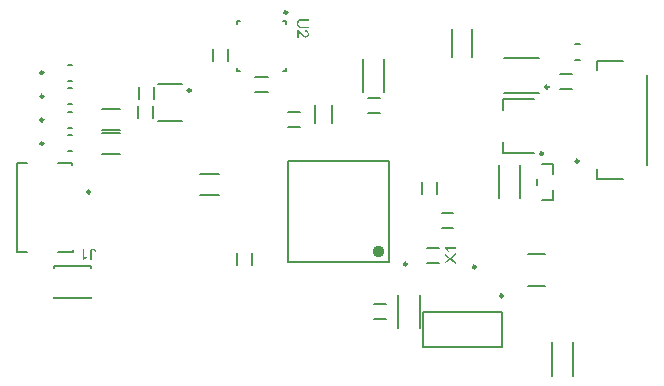
<source format=gbr>
%TF.GenerationSoftware,Altium Limited,Altium Designer,23.4.1 (23)*%
G04 Layer_Color=65535*
%FSLAX45Y45*%
%MOMM*%
%TF.SameCoordinates,9EBB4E2D-B9AE-48B2-BE03-C18F5659661E*%
%TF.FilePolarity,Positive*%
%TF.FileFunction,Legend,Top*%
%TF.Part,Single*%
G01*
G75*
%TA.AperFunction,NonConductor*%
%ADD89C,0.25000*%
%ADD90C,0.50000*%
%ADD91C,0.20000*%
G36*
X3648871Y1833431D02*
X3572744D01*
X3572814Y1833361D01*
X3572955Y1833220D01*
X3573166Y1833009D01*
X3573448Y1832657D01*
X3573799Y1832235D01*
X3574292Y1831672D01*
X3574784Y1831039D01*
X3575347Y1830406D01*
X3575910Y1829561D01*
X3576614Y1828717D01*
X3577247Y1827803D01*
X3578021Y1826818D01*
X3578724Y1825692D01*
X3579498Y1824566D01*
X3581046Y1822033D01*
X3581117Y1821963D01*
X3581257Y1821752D01*
X3581468Y1821330D01*
X3581679Y1820837D01*
X3582031Y1820274D01*
X3582453Y1819571D01*
X3582875Y1818726D01*
X3583368Y1817882D01*
X3584353Y1815912D01*
X3585338Y1813801D01*
X3586323Y1811620D01*
X3587167Y1809509D01*
X3575629D01*
X3575558Y1809650D01*
X3575418Y1809932D01*
X3575136Y1810494D01*
X3574784Y1811198D01*
X3574362Y1812042D01*
X3573799Y1813098D01*
X3573166Y1814223D01*
X3572463Y1815420D01*
X3571618Y1816756D01*
X3570774Y1818163D01*
X3568804Y1821119D01*
X3566623Y1824144D01*
X3564231Y1827029D01*
X3564160Y1827099D01*
X3563949Y1827380D01*
X3563597Y1827732D01*
X3563105Y1828225D01*
X3562472Y1828858D01*
X3561768Y1829561D01*
X3560924Y1830335D01*
X3560079Y1831180D01*
X3559094Y1832024D01*
X3558039Y1832939D01*
X3555858Y1834698D01*
X3553536Y1836316D01*
X3552340Y1837019D01*
X3551144Y1837653D01*
Y1845392D01*
X3648871D01*
Y1833431D01*
D02*
G37*
G36*
Y1777919D02*
X3614185Y1753364D01*
X3614044Y1753293D01*
X3613692Y1753012D01*
X3613059Y1752590D01*
X3612355Y1752097D01*
X3611441Y1751464D01*
X3610456Y1750831D01*
X3608275Y1749353D01*
X3608345D01*
X3608486Y1749213D01*
X3608767Y1749072D01*
X3609049Y1748861D01*
X3609963Y1748298D01*
X3610948Y1747594D01*
X3612144Y1746820D01*
X3613270Y1746117D01*
X3614326Y1745413D01*
X3615170Y1744780D01*
X3648871Y1720084D01*
Y1704606D01*
X3598425Y1742247D01*
X3551496Y1709038D01*
Y1724447D01*
X3576403Y1742177D01*
X3576473Y1742247D01*
X3576754Y1742388D01*
X3577176Y1742740D01*
X3577669Y1743092D01*
X3578302Y1743514D01*
X3579076Y1744077D01*
X3579920Y1744639D01*
X3580765Y1745273D01*
X3582735Y1746539D01*
X3584705Y1747805D01*
X3586604Y1749002D01*
X3587519Y1749564D01*
X3588363Y1749987D01*
X3588293Y1750057D01*
X3588152Y1750127D01*
X3587871Y1750338D01*
X3587449Y1750549D01*
X3587027Y1750901D01*
X3586464Y1751253D01*
X3585760Y1751675D01*
X3585057Y1752168D01*
X3583438Y1753293D01*
X3581609Y1754560D01*
X3579569Y1756037D01*
X3577458Y1757656D01*
X3551496Y1777145D01*
Y1791216D01*
X3597791Y1757445D01*
X3648871Y1793890D01*
Y1777919D01*
D02*
G37*
G36*
X2399320Y3765118D02*
X2343104D01*
X2342963D01*
X2342541D01*
X2341908D01*
X2341064Y3765048D01*
X2340008D01*
X2338812Y3764977D01*
X2337475Y3764907D01*
X2335998Y3764837D01*
X2334520Y3764696D01*
X2332972Y3764555D01*
X2329877Y3764133D01*
X2328399Y3763852D01*
X2326922Y3763570D01*
X2325585Y3763219D01*
X2324389Y3762796D01*
X2324318D01*
X2324107Y3762656D01*
X2323826Y3762515D01*
X2323404Y3762304D01*
X2322911Y3762093D01*
X2322348Y3761741D01*
X2321012Y3760897D01*
X2319534Y3759771D01*
X2318760Y3759138D01*
X2317986Y3758364D01*
X2317212Y3757590D01*
X2316509Y3756675D01*
X2315805Y3755761D01*
X2315172Y3754705D01*
Y3754635D01*
X2315031Y3754424D01*
X2314890Y3754142D01*
X2314679Y3753650D01*
X2314398Y3753087D01*
X2314117Y3752454D01*
X2313835Y3751680D01*
X2313554Y3750765D01*
X2313272Y3749780D01*
X2312991Y3748725D01*
X2312709Y3747599D01*
X2312428Y3746333D01*
X2312217Y3744996D01*
X2312076Y3743589D01*
X2312006Y3742181D01*
X2311935Y3740634D01*
Y3740000D01*
X2312006Y3739297D01*
Y3738312D01*
X2312147Y3737116D01*
X2312287Y3735849D01*
X2312498Y3734372D01*
X2312709Y3732754D01*
X2313061Y3731135D01*
X2313483Y3729447D01*
X2314046Y3727758D01*
X2314609Y3726070D01*
X2315383Y3724451D01*
X2316227Y3722974D01*
X2317212Y3721567D01*
X2318338Y3720371D01*
X2318408Y3720300D01*
X2318619Y3720089D01*
X2319042Y3719808D01*
X2319604Y3719456D01*
X2320378Y3718963D01*
X2321363Y3718471D01*
X2322489Y3717908D01*
X2323896Y3717345D01*
X2325444Y3716782D01*
X2327203Y3716219D01*
X2329243Y3715727D01*
X2331495Y3715234D01*
X2334028Y3714883D01*
X2336772Y3714601D01*
X2339797Y3714390D01*
X2343104Y3714320D01*
X2399320D01*
Y3701444D01*
X2343034D01*
X2342963D01*
X2342893D01*
X2342682D01*
X2342400D01*
X2342049D01*
X2341627D01*
X2340641Y3701515D01*
X2339375D01*
X2337968Y3701585D01*
X2336350Y3701726D01*
X2334661Y3701866D01*
X2332832Y3702077D01*
X2330932Y3702289D01*
X2327062Y3702851D01*
X2325092Y3703274D01*
X2323263Y3703696D01*
X2321434Y3704259D01*
X2319745Y3704821D01*
X2319675Y3704892D01*
X2319393Y3704962D01*
X2318901Y3705173D01*
X2318338Y3705455D01*
X2317564Y3705877D01*
X2316720Y3706299D01*
X2315805Y3706862D01*
X2314750Y3707565D01*
X2313624Y3708339D01*
X2312498Y3709184D01*
X2311373Y3710169D01*
X2310176Y3711294D01*
X2308980Y3712490D01*
X2307855Y3713757D01*
X2306729Y3715234D01*
X2305674Y3716782D01*
X2305603Y3716853D01*
X2305462Y3717204D01*
X2305181Y3717697D01*
X2304829Y3718330D01*
X2304407Y3719245D01*
X2303985Y3720230D01*
X2303492Y3721496D01*
X2303000Y3722833D01*
X2302507Y3724451D01*
X2302015Y3726140D01*
X2301593Y3727969D01*
X2301171Y3730010D01*
X2300819Y3732191D01*
X2300537Y3734512D01*
X2300397Y3736905D01*
X2300326Y3739508D01*
Y3740845D01*
X2300397Y3741759D01*
X2300467Y3742955D01*
X2300608Y3744292D01*
X2300749Y3745840D01*
X2300889Y3747458D01*
X2301171Y3749217D01*
X2301452Y3751047D01*
X2301874Y3752876D01*
X2302296Y3754776D01*
X2302859Y3756605D01*
X2303492Y3758505D01*
X2304196Y3760263D01*
X2305040Y3761952D01*
X2305111Y3762022D01*
X2305251Y3762304D01*
X2305533Y3762796D01*
X2305885Y3763359D01*
X2306377Y3764063D01*
X2307010Y3764907D01*
X2307714Y3765751D01*
X2308488Y3766736D01*
X2309403Y3767721D01*
X2310458Y3768777D01*
X2311513Y3769832D01*
X2312780Y3770817D01*
X2314046Y3771802D01*
X2315524Y3772717D01*
X2317001Y3773561D01*
X2318619Y3774335D01*
X2318760Y3774405D01*
X2319042Y3774476D01*
X2319534Y3774687D01*
X2320238Y3774898D01*
X2321152Y3775179D01*
X2322278Y3775461D01*
X2323545Y3775813D01*
X2325022Y3776164D01*
X2326711Y3776516D01*
X2328540Y3776868D01*
X2330510Y3777149D01*
X2332691Y3777431D01*
X2335013Y3777642D01*
X2337546Y3777853D01*
X2340219Y3777923D01*
X2343034Y3777994D01*
X2399320D01*
Y3765118D01*
D02*
G37*
G36*
X2303492Y3686247D02*
X2304618Y3686177D01*
X2305814Y3686036D01*
X2307221Y3685825D01*
X2308699Y3685473D01*
X2310176Y3684980D01*
X2310247D01*
X2310458Y3684840D01*
X2310810Y3684699D01*
X2311302Y3684488D01*
X2311935Y3684277D01*
X2312639Y3683925D01*
X2313413Y3683503D01*
X2314257Y3683081D01*
X2315242Y3682588D01*
X2316227Y3681955D01*
X2318408Y3680618D01*
X2320730Y3679000D01*
X2323122Y3677100D01*
X2323193Y3677030D01*
X2323404Y3676819D01*
X2323756Y3676537D01*
X2324248Y3676115D01*
X2324881Y3675552D01*
X2325585Y3674849D01*
X2326429Y3674075D01*
X2327344Y3673090D01*
X2328399Y3672035D01*
X2329525Y3670909D01*
X2330721Y3669642D01*
X2332058Y3668235D01*
X2333395Y3666687D01*
X2334802Y3665069D01*
X2336279Y3663310D01*
X2337827Y3661481D01*
X2337898Y3661411D01*
X2337968Y3661270D01*
X2338179Y3661059D01*
X2338390Y3660777D01*
X2338742Y3660425D01*
X2339094Y3660003D01*
X2340008Y3658948D01*
X2341064Y3657611D01*
X2342400Y3656204D01*
X2343808Y3654586D01*
X2345355Y3652897D01*
X2346974Y3651068D01*
X2348662Y3649309D01*
X2350351Y3647480D01*
X2352110Y3645791D01*
X2353798Y3644102D01*
X2355417Y3642625D01*
X2357035Y3641218D01*
X2358512Y3640092D01*
X2358583Y3640022D01*
X2358864Y3639881D01*
X2359286Y3639600D01*
X2359779Y3639177D01*
X2360482Y3638755D01*
X2361256Y3638333D01*
X2362171Y3637770D01*
X2363156Y3637278D01*
X2364211Y3636785D01*
X2365337Y3636222D01*
X2367800Y3635308D01*
X2369066Y3634956D01*
X2370333Y3634674D01*
X2371599Y3634534D01*
X2372865Y3634463D01*
X2372936D01*
X2373217D01*
X2373569D01*
X2374062Y3634534D01*
X2374695Y3634604D01*
X2375398Y3634745D01*
X2376172Y3634886D01*
X2377017Y3635097D01*
X2377931Y3635378D01*
X2378916Y3635730D01*
X2379901Y3636152D01*
X2380886Y3636644D01*
X2381942Y3637207D01*
X2382927Y3637911D01*
X2383912Y3638685D01*
X2384826Y3639600D01*
X2384897Y3639670D01*
X2385037Y3639811D01*
X2385248Y3640092D01*
X2385600Y3640514D01*
X2385952Y3641007D01*
X2386374Y3641640D01*
X2386867Y3642343D01*
X2387289Y3643117D01*
X2387781Y3644032D01*
X2388204Y3645017D01*
X2388626Y3646143D01*
X2388977Y3647269D01*
X2389329Y3648535D01*
X2389540Y3649872D01*
X2389681Y3651279D01*
X2389751Y3652756D01*
Y3653601D01*
X2389681Y3654164D01*
X2389611Y3654938D01*
X2389470Y3655782D01*
X2389329Y3656697D01*
X2389118Y3657752D01*
X2388837Y3658807D01*
X2388485Y3659933D01*
X2388063Y3661059D01*
X2387570Y3662255D01*
X2386937Y3663381D01*
X2386233Y3664506D01*
X2385460Y3665632D01*
X2384545Y3666617D01*
X2384475Y3666687D01*
X2384334Y3666828D01*
X2383982Y3667110D01*
X2383630Y3667391D01*
X2383067Y3667813D01*
X2382434Y3668235D01*
X2381660Y3668728D01*
X2380816Y3669150D01*
X2379901Y3669642D01*
X2378776Y3670135D01*
X2377650Y3670557D01*
X2376383Y3670979D01*
X2374976Y3671261D01*
X2373499Y3671542D01*
X2371951Y3671683D01*
X2370262Y3671753D01*
X2371529Y3684066D01*
X2371599D01*
X2371669D01*
X2371880Y3683995D01*
X2372162D01*
X2372865Y3683925D01*
X2373780Y3683714D01*
X2374906Y3683503D01*
X2376243Y3683221D01*
X2377720Y3682870D01*
X2379268Y3682448D01*
X2380957Y3681885D01*
X2382645Y3681251D01*
X2384404Y3680478D01*
X2386163Y3679563D01*
X2387852Y3678578D01*
X2389470Y3677382D01*
X2391018Y3676115D01*
X2392425Y3674638D01*
X2392495Y3674567D01*
X2392706Y3674286D01*
X2393129Y3673794D01*
X2393551Y3673160D01*
X2394114Y3672316D01*
X2394747Y3671331D01*
X2395380Y3670135D01*
X2396084Y3668798D01*
X2396717Y3667250D01*
X2397350Y3665632D01*
X2397983Y3663803D01*
X2398546Y3661833D01*
X2399039Y3659722D01*
X2399390Y3657470D01*
X2399601Y3655078D01*
X2399672Y3652545D01*
Y3651912D01*
X2399601Y3651209D01*
X2399531Y3650224D01*
X2399461Y3649027D01*
X2399250Y3647691D01*
X2399039Y3646143D01*
X2398687Y3644525D01*
X2398265Y3642766D01*
X2397772Y3641007D01*
X2397139Y3639107D01*
X2396365Y3637278D01*
X2395450Y3635448D01*
X2394465Y3633689D01*
X2393269Y3632001D01*
X2391862Y3630383D01*
X2391792Y3630312D01*
X2391510Y3630031D01*
X2391088Y3629609D01*
X2390455Y3629116D01*
X2389751Y3628483D01*
X2388837Y3627779D01*
X2387781Y3627005D01*
X2386585Y3626232D01*
X2385248Y3625528D01*
X2383771Y3624754D01*
X2382153Y3624050D01*
X2380464Y3623417D01*
X2378635Y3622925D01*
X2376735Y3622503D01*
X2374695Y3622221D01*
X2372584Y3622151D01*
X2372514D01*
X2372303D01*
X2372021D01*
X2371599D01*
X2371036Y3622221D01*
X2370473Y3622291D01*
X2369770Y3622362D01*
X2368996Y3622432D01*
X2367237Y3622714D01*
X2365267Y3623136D01*
X2363226Y3623769D01*
X2361116Y3624543D01*
X2361045D01*
X2360834Y3624684D01*
X2360553Y3624824D01*
X2360131Y3625035D01*
X2359638Y3625246D01*
X2359005Y3625598D01*
X2358301Y3625950D01*
X2357527Y3626443D01*
X2356683Y3626935D01*
X2355768Y3627498D01*
X2353728Y3628905D01*
X2352673Y3629679D01*
X2351547Y3630523D01*
X2350421Y3631508D01*
X2349225Y3632493D01*
X2349155Y3632564D01*
X2348944Y3632775D01*
X2348592Y3633056D01*
X2348099Y3633549D01*
X2347466Y3634182D01*
X2346692Y3634956D01*
X2345778Y3635800D01*
X2344722Y3636856D01*
X2343597Y3638052D01*
X2342330Y3639459D01*
X2340923Y3640936D01*
X2339375Y3642625D01*
X2337757Y3644454D01*
X2335998Y3646424D01*
X2334098Y3648605D01*
X2332128Y3650927D01*
X2332058Y3651068D01*
X2331706Y3651420D01*
X2331284Y3651912D01*
X2330651Y3652616D01*
X2329947Y3653530D01*
X2329103Y3654445D01*
X2328188Y3655500D01*
X2327203Y3656626D01*
X2325163Y3659018D01*
X2324107Y3660144D01*
X2323122Y3661270D01*
X2322137Y3662325D01*
X2321293Y3663240D01*
X2320519Y3664084D01*
X2319816Y3664717D01*
X2319675Y3664858D01*
X2319253Y3665210D01*
X2318619Y3665773D01*
X2317846Y3666476D01*
X2316860Y3667250D01*
X2315805Y3668095D01*
X2314609Y3668939D01*
X2313413Y3669713D01*
Y3622010D01*
X2301945D01*
Y3686317D01*
X2302015D01*
X2302156D01*
X2302367D01*
X2302648D01*
X2303070D01*
X2303492Y3686247D01*
D02*
G37*
G36*
X576800Y1834002D02*
X577714Y1833931D01*
X578770Y1833861D01*
X580036Y1833650D01*
X581443Y1833439D01*
X582921Y1833157D01*
X584469Y1832735D01*
X586087Y1832313D01*
X587705Y1831680D01*
X589323Y1830976D01*
X590942Y1830132D01*
X592490Y1829147D01*
X593967Y1828021D01*
X595304Y1826755D01*
X595374Y1826684D01*
X595585Y1826403D01*
X595937Y1825981D01*
X596359Y1825348D01*
X596852Y1824574D01*
X597415Y1823659D01*
X598048Y1822533D01*
X598611Y1821267D01*
X599244Y1819789D01*
X599877Y1818171D01*
X600370Y1816342D01*
X600862Y1814372D01*
X601284Y1812261D01*
X601566Y1809939D01*
X601777Y1807477D01*
Y1804873D01*
X590168Y1803255D01*
Y1803396D01*
Y1803748D01*
X590097Y1804311D01*
X590027Y1805085D01*
X589957Y1805999D01*
X589816Y1806984D01*
X589675Y1808110D01*
X589464Y1809376D01*
X588972Y1811909D01*
X588268Y1814442D01*
X587776Y1815568D01*
X587283Y1816694D01*
X586650Y1817679D01*
X586017Y1818523D01*
X585946Y1818593D01*
X585876Y1818664D01*
X585594Y1818875D01*
X585313Y1819156D01*
X584961Y1819438D01*
X584469Y1819789D01*
X583976Y1820211D01*
X583343Y1820563D01*
X582639Y1820915D01*
X581865Y1821337D01*
X581021Y1821689D01*
X580107Y1821970D01*
X579051Y1822252D01*
X577996Y1822393D01*
X576870Y1822533D01*
X575674Y1822604D01*
X575181D01*
X574830Y1822533D01*
X574408D01*
X573915Y1822463D01*
X572789Y1822322D01*
X571523Y1822041D01*
X570116Y1821689D01*
X568638Y1821126D01*
X567301Y1820423D01*
X567231D01*
X567161Y1820282D01*
X566739Y1820000D01*
X566105Y1819508D01*
X565402Y1818804D01*
X564557Y1817960D01*
X563783Y1816905D01*
X563010Y1815709D01*
X562447Y1814372D01*
Y1814301D01*
X562376Y1814161D01*
X562306Y1813950D01*
X562236Y1813668D01*
X562165Y1813246D01*
X562025Y1812754D01*
X561884Y1812120D01*
X561743Y1811417D01*
X561673Y1810643D01*
X561532Y1809728D01*
X561391Y1808743D01*
X561321Y1807617D01*
X561251Y1806421D01*
X561180Y1805155D01*
X561110Y1803748D01*
Y1802200D01*
Y1735078D01*
X548234D01*
Y1801426D01*
Y1801567D01*
Y1801989D01*
Y1802622D01*
X548305Y1803466D01*
Y1804451D01*
X548375Y1805647D01*
X548516Y1806984D01*
X548586Y1808391D01*
X548797Y1809869D01*
X548938Y1811417D01*
X549501Y1814583D01*
X549853Y1816131D01*
X550275Y1817608D01*
X550697Y1819015D01*
X551260Y1820352D01*
Y1820423D01*
X551400Y1820634D01*
X551541Y1820985D01*
X551823Y1821478D01*
X552104Y1822041D01*
X552526Y1822674D01*
X553019Y1823378D01*
X553511Y1824152D01*
X554144Y1824925D01*
X554848Y1825770D01*
X555622Y1826614D01*
X556466Y1827458D01*
X557381Y1828303D01*
X558366Y1829077D01*
X559421Y1829851D01*
X560617Y1830554D01*
X560688Y1830624D01*
X560899Y1830695D01*
X561251Y1830906D01*
X561743Y1831117D01*
X562376Y1831398D01*
X563080Y1831680D01*
X563924Y1831961D01*
X564909Y1832313D01*
X565965Y1832665D01*
X567090Y1832946D01*
X568357Y1833228D01*
X569623Y1833509D01*
X571030Y1833720D01*
X572508Y1833931D01*
X573985Y1834002D01*
X575604Y1834072D01*
X576166D01*
X576800Y1834002D01*
D02*
G37*
G36*
X498984Y1756326D02*
X499054Y1756397D01*
X499195Y1756538D01*
X499406Y1756749D01*
X499758Y1757030D01*
X500180Y1757382D01*
X500743Y1757874D01*
X501376Y1758367D01*
X502009Y1758930D01*
X502853Y1759493D01*
X503698Y1760196D01*
X504612Y1760829D01*
X505597Y1761603D01*
X506723Y1762307D01*
X507849Y1763081D01*
X510382Y1764629D01*
X510452Y1764699D01*
X510663Y1764840D01*
X511085Y1765051D01*
X511578Y1765262D01*
X512141Y1765614D01*
X512844Y1766036D01*
X513689Y1766458D01*
X514533Y1766950D01*
X516503Y1767936D01*
X518614Y1768921D01*
X520795Y1769906D01*
X522905Y1770750D01*
Y1759211D01*
X522765Y1759141D01*
X522483Y1759000D01*
X521920Y1758719D01*
X521217Y1758367D01*
X520373Y1757945D01*
X519317Y1757382D01*
X518191Y1756749D01*
X516995Y1756045D01*
X515659Y1755201D01*
X514251Y1754356D01*
X511296Y1752386D01*
X508271Y1750205D01*
X505386Y1747813D01*
X505316Y1747743D01*
X505035Y1747532D01*
X504683Y1747180D01*
X504190Y1746687D01*
X503557Y1746054D01*
X502853Y1745351D01*
X502080Y1744506D01*
X501235Y1743662D01*
X500391Y1742677D01*
X499476Y1741622D01*
X497717Y1739441D01*
X496099Y1737119D01*
X495396Y1735923D01*
X494762Y1734727D01*
X487023D01*
Y1832454D01*
X498984D01*
Y1756326D01*
D02*
G37*
D89*
X549400Y2314400D02*
G03*
X549400Y2314400I-12500J0D01*
G01*
X3231621Y1704000D02*
G03*
X3231621Y1704000I-12500J0D01*
G01*
X4382500Y2640000D02*
G03*
X4382500Y2640000I-12500J0D01*
G01*
X4685000Y2575000D02*
G03*
X4685000Y2575000I-12500J0D01*
G01*
X4042500Y1435000D02*
G03*
X4042500Y1435000I-12500J0D01*
G01*
X152500Y3125000D02*
G03*
X152500Y3125000I-12500J0D01*
G01*
X1400001Y3172500D02*
G03*
X1400001Y3172500I-12500J0D01*
G01*
X2217499Y3835002D02*
G03*
X2217499Y3835002I-12500J0D01*
G01*
X4428107Y3202500D02*
G03*
X4428107Y3202500I-12500J0D01*
G01*
X3812508Y1679999D02*
G03*
X3812508Y1679999I-12500J0D01*
G01*
X152500Y2725000D02*
G03*
X152500Y2725000I-12500J0D01*
G01*
Y2925000D02*
G03*
X152500Y2925000I-12500J0D01*
G01*
Y3325000D02*
G03*
X152500Y3325000I-12500J0D01*
G01*
D90*
X3015000Y1810000D02*
G03*
X3015000Y1810000I-25000J0D01*
G01*
D91*
X-70592Y2558898D02*
X10602D01*
X278201Y2558929D02*
X398932D01*
Y2545797D02*
Y2558929D01*
X399400Y1809868D02*
Y1822898D01*
X278201Y1809868D02*
X399400D01*
X-70602D02*
X10602D01*
X-70592Y1809898D02*
Y2558898D01*
X3074998Y1724995D02*
Y2574996D01*
X2225008D02*
X3074998D01*
X2225003Y1724990D02*
X2225008Y2574996D01*
X2225003Y1724990D02*
X3074998Y1724995D01*
X2593628Y2901376D02*
Y3048625D01*
X2456381Y2901376D02*
Y3048625D01*
X4044994Y3010006D02*
Y3105008D01*
X4304993D01*
X4044994Y2645008D02*
Y2740004D01*
Y2645008D02*
X4304993D01*
X239997Y1414999D02*
X559996D01*
X239997Y1672499D02*
Y1685001D01*
Y1414999D02*
Y1427501D01*
Y1685001D02*
X559996D01*
Y1672499D02*
Y1685001D01*
Y1414999D02*
Y1427501D01*
X4837503Y3425002D02*
X5062502D01*
X4837503Y3345002D02*
Y3425002D01*
Y2424999D02*
Y2504999D01*
Y2424999D02*
X5062502D01*
X5262501Y2544998D02*
Y3305002D01*
X4372502Y2550002D02*
X4470002D01*
Y2250003D02*
Y2332502D01*
Y2467503D02*
Y2550002D01*
X4372502Y2250003D02*
X4470002D01*
X4330002Y2372502D02*
Y2427503D01*
X3365005Y1299997D02*
X4035002D01*
X3365005Y999998D02*
X4035002D01*
Y1299997D01*
X3365005Y999998D02*
Y1299997D01*
X4459395Y759394D02*
Y1040607D01*
X4640609Y759394D02*
Y1040607D01*
X3361497Y2299999D02*
Y2399999D01*
X3488497Y2299999D02*
Y2399999D01*
X3400002Y1711498D02*
X3500002D01*
X3400002Y1838498D02*
X3500002D01*
X645001Y3015000D02*
X805000D01*
X645001Y2835000D02*
X805000D01*
X4252502Y1784995D02*
X4397500D01*
X4252502Y1514998D02*
X4397500D01*
X3159398Y1159393D02*
Y1440601D01*
X3340611Y1159393D02*
Y1440601D01*
X1480905Y2464983D02*
X1640909D01*
X1480905Y2284984D02*
X1640909D01*
X1082003Y2941492D02*
Y3041492D01*
X955003Y2941492D02*
Y3041492D01*
X357498Y3192500D02*
X392499D01*
X357498Y3057499D02*
X392499D01*
X4524998Y3313496D02*
X4624998D01*
X4524998Y3186496D02*
X4624998D01*
X1120001Y3232500D02*
X1330003D01*
X1120001Y2917505D02*
X1330003D01*
X2182498Y3759997D02*
X2209996D01*
Y3732499D02*
Y3759997D01*
Y3339998D02*
Y3367501D01*
X2182498Y3339998D02*
X2209996D01*
X1789997D02*
X1817500D01*
X1789997D02*
Y3367501D01*
Y3759997D02*
X1817500D01*
X1789997Y3732499D02*
Y3759997D01*
X645001Y2815000D02*
X805000D01*
X645001Y2635001D02*
X805000D01*
X2859393Y3159394D02*
Y3440608D01*
X3040607Y3159394D02*
Y3440608D01*
X4050003Y3150001D02*
X4350002D01*
X4050003Y3450000D02*
X4350002D01*
X3785609Y3454395D02*
Y3695608D01*
X3614393Y3454395D02*
Y3695608D01*
X4652501Y3430001D02*
X4697500D01*
X4652501Y3570000D02*
X4697500D01*
X4190607Y2259386D02*
Y2540599D01*
X4009393Y2259386D02*
Y2540599D01*
X961500Y3099999D02*
Y3199998D01*
X1088500Y3099999D02*
Y3199998D01*
X2899998Y3113496D02*
X2999997D01*
X2899998Y2986496D02*
X2999997D01*
X1712497Y3422497D02*
Y3527501D01*
X1587498Y3422497D02*
Y3527501D01*
X1947503Y3162498D02*
X2052506D01*
X1947503Y3287501D02*
X2052506D01*
X2949995Y1363497D02*
X3049995D01*
X2949995Y1236497D02*
X3049995D01*
X1922745Y1694264D02*
Y1794263D01*
X1795745Y1694264D02*
Y1794263D01*
X3525004Y2011492D02*
X3625003D01*
X3525004Y2138492D02*
X3625003D01*
X2225007Y2861497D02*
X2325007D01*
X2225007Y2988497D02*
X2325007D01*
X357498Y2657500D02*
X392499D01*
X357498Y2792501D02*
X392499D01*
X357498Y2857495D02*
X392499D01*
X357498Y2992496D02*
X392499D01*
X357498Y3257499D02*
X392499D01*
X357498Y3392500D02*
X392499D01*
%TF.MD5,aea98638bf46006ec8b83fb9ee013f6e*%
M02*

</source>
